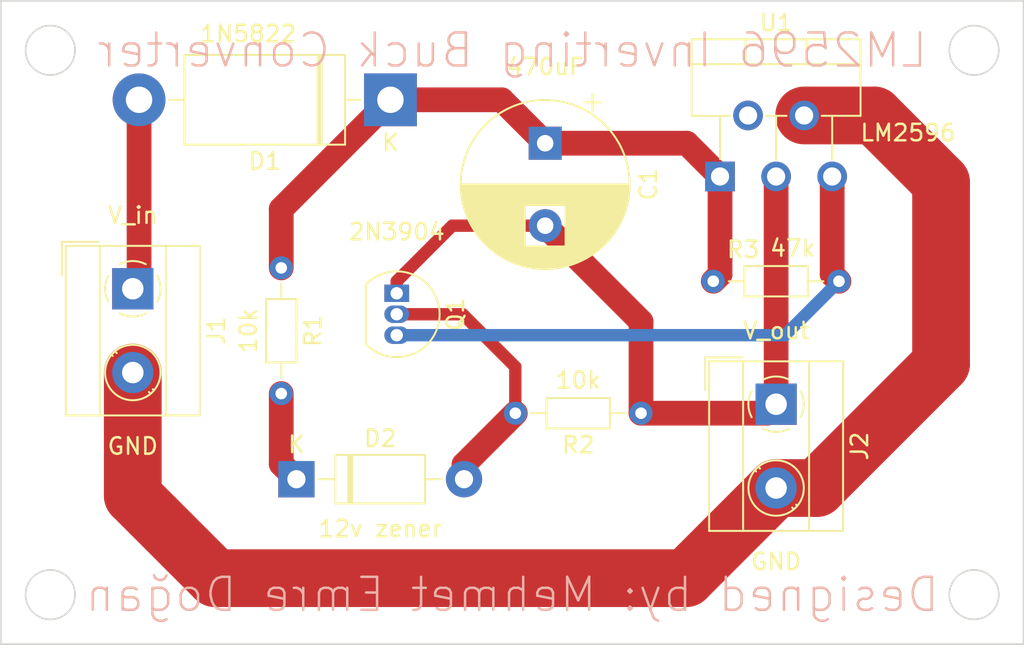
<source format=kicad_pcb>
(kicad_pcb (version 20211014) (generator pcbnew)
  (layers (0 "F.Cu" signal) (31 "B.Cu" signal) (34 "B.Paste" user) (35 "F.Paste" user) (36 "B.SilkS" user "B.Silkscreen") (37 "F.SilkS" user "F.Silkscreen") (38 "B.Mask" user) (39 "F.Mask" user) (44 "Edge.Cuts" user))
  (net 0 "")
  (net 1 "Net-(C1-Pad1)")
  (net 2 "Net-(C1-Pad2)")
  (net 3 "VCC")
  (net 4 "Net-(D2-Pad1)")
  (net 5 "Net-(D2-Pad2)")
  (net 6 "GND")
  (net 7 "Net-(Q1-Pad3)")
  (footprint "Package_TO_SOT_THT:TO-220-5_P3.4x3.7mm_StaggerOdd_Lead3.8mm_Vertical" (layer "F.Cu") (at 132.6 78.65)
    (fp_text reference "U1" (at 3.4 -9.32) (layer "F.SilkS"))
    (fp_text value "LM2596T-5")
    (fp_line (start 5.25 -8.32) (end 5.25 -6.811) (layer "F.SilkS") (width 0.12))
    (fp_line (start -1.721 -6.811) (end 8.52 -6.811) (layer "F.SilkS") (width 0.12))
    (fp_line (start 2.765 -3.679) (end 4.035 -3.679) (layer "F.SilkS") (width 0.12))
    (fp_line (start 8.52 -8.32) (end 8.52 -3.679) (layer "F.SilkS") (width 0.12))
    (fp_line (start 6.8 -3.679) (end 6.8 -1.065) (layer "F.SilkS") (width 0.12))
    (fp_line (start 0 -3.679) (end 0 -1.049) (layer "F.SilkS") (width 0.12))
    (fp_line (start -1.721 -8.32) (end -1.721 -3.679) (layer "F.SilkS") (width 0.12))
    (fp_line (start 6.165 -3.679) (end 8.52 -3.679) (layer "F.SilkS") (width 0.12))
    (fp_line (start -1.721 -3.679) (end 0.635 -3.679) (layer "F.SilkS") (width 0.12))
    (fp_line (start -1.721 -8.32) (end 8.52 -8.32) (layer "F.SilkS") (width 0.12))
    (fp_line (start 1.55 -8.32) (end 1.55 -6.811) (layer "F.SilkS") (width 0.12))
    (fp_line (start 3.4 -3.679) (end 3.4 -1.065) (layer "F.SilkS") (width 0.12))
    (pad "1" thru_hole rect (at 0 0) (size 1.8 1.8) (drill 1.1) (layers *.Cu *.Mask) (net 1 "Net-(C1-Pad1)"))
    (pad "2" thru_hole oval (at 1.7 -3.7) (size 1.8 1.8) (drill 1.1) (layers *.Cu *.Mask))
    (pad "3" thru_hole oval (at 3.4 0) (size 1.8 1.8) (drill 1.1) (layers *.Cu *.Mask) (net 2 "Net-(C1-Pad2)"))
    (pad "4" thru_hole oval (at 5.1 -3.7) (size 1.8 1.8) (drill 1.1) (layers *.Cu *.Mask) (net 6 "GND"))
    (pad "5" thru_hole oval (at 6.8 0) (size 1.8 1.8) (drill 1.1) (layers *.Cu *.Mask) (net 7 "Net-(Q1-Pad3)"))
  )
  (footprint "TerminalBlock_MetzConnect:TerminalBlock_MetzConnect_Type101_RT01602HBWC_1x02_P5.08mm_Horizontal" (layer "F.Cu") (at 136 92.455 -90)
    (fp_text reference "J2" (at 2.54 -5.06 90) (layer "F.SilkS"))
    (fp_text value "Output")
    (fp_line (start -2.6 2) (end 7.68 2) (layer "F.SilkS") (width 0.12))
    (fp_line (start -2.6 4.06) (end 7.68 4.06) (layer "F.SilkS") (width 0.12))
    (fp_line (start 7.68 -4.06) (end 7.68 4.06) (layer "F.SilkS") (width 0.12))
    (fp_line (start 4.07 1.216) (end 4.011 1.274) (layer "F.SilkS") (width 0.12))
    (fp_line (start 6.15 -1.275) (end 6.091 -1.216) (layer "F.SilkS") (width 0.12))
    (fp_line (start -2.6 -2) (end 7.68 -2) (layer "F.SilkS") (width 0.12))
    (fp_line (start 3.9 0.976) (end 3.806 1.069) (layer "F.SilkS") (width 0.12))
    (fp_line (start -2.84 4.3) (end -0.84 4.3) (layer "F.SilkS") (width 0.12))
    (fp_line (start -2.6 -4.06) (end 7.68 -4.06) (layer "F.SilkS") (width 0.12))
    (fp_line (start -2.84 2.06) (end -2.84 4.3) (layer "F.SilkS") (width 0.12))
    (fp_line (start 6.355 -1.069) (end 6.261 -0.976) (layer "F.SilkS") (width 0.12))
    (fp_line (start -2.6 -4.06) (end -2.6 4.06) (layer "F.SilkS") (width 0.12))
    (fp_arc (start 0.029383 1.68045) (mid -0.392304 1.634281) (end -0.789 1.484) (layer "F.SilkS") (width 0.12))
    (fp_arc (start 1.483953 -0.789089) (mid 1.680708 -0.00005) (end 1.484 0.789) (layer "F.SilkS") (width 0.12))
    (fp_arc (start -0.789089 -1.483953) (mid -0.00005 -1.680708) (end 0.789 -1.484) (layer "F.SilkS") (width 0.12))
    (fp_arc (start 0.788712 1.483352) (mid 0.406429 1.630097) (end 0 1.68) (layer "F.SilkS") (width 0.12))
    (fp_arc (start -1.483953 0.789089) (mid -1.680708 0.00005) (end -1.484 -0.789) (layer "F.SilkS") (width 0.12))
    (fp_circle (center 5.08 0) (end 6.76 0) (layer "F.SilkS") (width 0.12) (fill none))
    (pad "1" thru_hole rect (at 0 0 270) (size 2.5 2.5) (drill 1.3) (layers *.Cu *.Mask) (net 2 "Net-(C1-Pad2)"))
    (pad "2" thru_hole circle (at 5.08 0 270) (size 2.5 2.5) (drill 1.3) (layers *.Cu *.Mask) (net 6 "GND"))
  )
  (footprint "Package_TO_SOT_THT:TO-92_Inline" (layer "F.Cu") (at 113 85.73 -90)
    (fp_text reference "Q1" (at 1.27 -3.56 90) (layer "F.SilkS"))
    (fp_text value "2N3904")
    (fp_line (start -0.53 1.85) (end 3.07 1.85) (layer "F.SilkS") (width 0.12))
    (fp_arc (start 1.27 -2.6) (mid 3.672087 -0.994977) (end 3.108478 1.838478) (layer "F.SilkS") (width 0.12))
    (fp_arc (start -0.568478 1.838478) (mid -1.132087 -0.994977) (end 1.27 -2.6) (layer "F.SilkS") (width 0.12))
    (pad "1" thru_hole rect (at 0 0 270) (size 1.05 1.5) (drill 0.75) (layers *.Cu *.Mask) (net 2 "Net-(C1-Pad2)"))
    (pad "2" thru_hole oval (at 1.27 0 270) (size 1.05 1.5) (drill 0.75) (layers *.Cu *.Mask) (net 5 "Net-(D2-Pad2)"))
    (pad "3" thru_hole oval (at 2.54 0 270) (size 1.05 1.5) (drill 0.75) (layers *.Cu *.Mask) (net 7 "Net-(Q1-Pad3)"))
  )
  (footprint "Resistor_THT:R_Axial_DIN0204_L3.6mm_D1.6mm_P7.62mm_Horizontal" (layer "F.Cu") (at 132.19 85)
    (fp_text reference "R3" (at 1.81 -1.92) (layer "F.SilkS"))
    (fp_text value "47k")
    (fp_line (start 1.89 -0.92) (end 1.89 0.92) (layer "F.SilkS") (width 0.12))
    (fp_line (start 1.89 0.92) (end 5.73 0.92) (layer "F.SilkS") (width 0.12))
    (fp_line (start 5.73 -0.92) (end 1.89 -0.92) (layer "F.SilkS") (width 0.12))
    (fp_line (start 6.68 0) (end 5.73 0) (layer "F.SilkS") (width 0.12))
    (fp_line (start 0.94 0) (end 1.89 0) (layer "F.SilkS") (width 0.12))
    (fp_line (start 5.73 0.92) (end 5.73 -0.92) (layer "F.SilkS") (width 0.12))
    (pad "1" thru_hole circle (at 0 0) (size 1.4 1.4) (drill 0.7) (layers *.Cu *.Mask) (net 1 "Net-(C1-Pad1)"))
    (pad "2" thru_hole oval (at 7.62 0) (size 1.4 1.4) (drill 0.7) (layers *.Cu *.Mask) (net 7 "Net-(Q1-Pad3)"))
  )
  (footprint "Capacitor_THT:CP_Radial_D10.0mm_P5.00mm" (layer "F.Cu") (at 122 76.632323 -90)
    (fp_text reference "C1" (at 2.5 -6.25 90) (layer "F.SilkS"))
    (fp_text value "470u")
    (fp_line (start 5.741 1.241) (end 5.741 3.925) (layer "F.SilkS") (width 0.12))
    (fp_line (start 2.78 -5.073) (end 2.78 5.073) (layer "F.SilkS") (width 0.12))
    (fp_line (start 4.741 1.241) (end 4.741 4.564) (layer "F.SilkS") (width 0.12))
    (fp_line (start 4.261 -4.768) (end 4.261 -1.241) (layer "F.SilkS") (width 0.12))
    (fp_line (start 7.181 -2.037) (end 7.181 2.037) (layer "F.SilkS") (width 0.12))
    (fp_line (start 4.661 1.241) (end 4.661 4.603) (layer "F.SilkS") (width 0.12))
    (fp_line (start 6.501 -3.156) (end 6.501 3.156) (layer "F.SilkS") (width 0.12))
    (fp_line (start 6.061 -3.64) (end 6.061 -1.241) (layer "F.SilkS") (width 0.12))
    (fp_line (start 3.381 -5.004) (end 3.381 5.004) (layer "F.SilkS") (width 0.12))
    (fp_line (start 5.221 1.241) (end 5.221 4.298) (layer "F.SilkS") (width 0.12))
    (fp_line (start 7.261 -1.846) (end 7.261 1.846) (layer "F.SilkS") (width 0.12))
    (fp_line (start 6.141 -3.561) (end 6.141 -1.241) (layer "F.SilkS") (width 0.12))
    (fp_line (start 3.06 -5.05) (end 3.06 5.05) (layer "F.SilkS") (width 0.12))
    (fp_line (start 4.141 1.241) (end 4.141 4.811) (layer "F.SilkS") (width 0.12))
    (fp_line (start 6.661 -2.945) (end 6.661 2.945) (layer "F.SilkS") (width 0.12))
    (fp_line (start 6.621 -3) (end 6.621 3) (layer "F.SilkS") (width 0.12))
    (fp_line (start 2.62 -5.079) (end 2.62 5.079) (layer "F.SilkS") (width 0.12))
    (fp_line (start 4.821 1.241) (end 4.821 4.525) (layer "F.SilkS") (width 0.12))
    (fp_line (start 4.941 1.241) (end 4.941 4.462) (layer "F.SilkS") (width 0.12))
    (fp_line (start 4.181 1.241) (end 4.181 4.797) (layer "F.SilkS") (width 0.12))
    (fp_line (start 2.98 -5.058) (end 2.98 5.058) (layer "F.SilkS") (width 0.12))
    (fp_line (start 7.141 -2.125) (end 7.141 2.125) (layer "F.SilkS") (width 0.12))
    (fp_line (start 4.021 1.241) (end 4.021 4.85) (layer "F.SilkS") (width 0.12))
    (fp_line (start 6.101 1.241) (end 6.101 3.601) (layer "F.SilkS") (width 0.12))
    (fp_line (start 7.541 -0.862) (end 7.541 0.862) (layer "F.SilkS") (width 0.12))
    (fp_line (start 6.141 1.241) (end 6.141 3.561) (layer "F.SilkS") (width 0.12))
    (fp_line (start 4.461 1.241) (end 4.461 4.69) (layer "F.SilkS") (width 0.12))
    (fp_line (start 5.181 -4.323) (end 5.181 -1.241) (layer "F.SilkS") (width 0.12))
    (fp_line (start 5.901 1.241) (end 5.901 3.789) (layer "F.SilkS") (width 0.12))
    (fp_line (start 5.501 1.241) (end 5.501 4.11) (layer "F.SilkS") (width 0.12))
    (fp_line (start 5.861 -3.824) (end 5.861 -1.241) (layer "F.SilkS") (width 0.12))
    (fp_line (start 7.381 -1.51) (end 7.381 1.51) (layer "F.SilkS") (width 0.12))
    (fp_line (start 6.461 -3.206) (end 6.461 3.206) (layer "F.SilkS") (width 0.12))
    (fp_line (start 6.861 -2.645) (end 6.861 2.645) (layer "F.SilkS") (width 0.12))
    (fp_line (start 6.901 -2.579) (end 6.901 2.579) (layer "F.SilkS") (width 0.12))
    (fp_line (start 4.501 1.241) (end 4.501 4.674) (layer "F.SilkS") (width 0.12))
    (fp_line (start 5.461 -4.138) (end 5.461 -1.241) (layer "F.SilkS") (width 0.12))
    (fp_line (start 5.661 -3.989) (end 5.661 -1.241) (layer "F.SilkS") (width 0.12))
    (fp_line (start 6.941 -2.51) (end 6.941 2.51) (layer "F.SilkS") (width 0.12))
    (fp_line (start 6.381 -3.301) (end 6.381 3.301) (layer "F.SilkS") (width 0.12))
    (fp_line (start 3.861 1.241) (end 3.861 4.897) (layer "F.SilkS") (width 0.12))
    (fp_line (start 5.701 -3.957) (end 5.701 -1.241) (layer "F.SilkS") (width 0.12))
    (fp_line (start 4.221 1.241) (end 4.221 4.783) (layer "F.SilkS") (width 0.12))
    (fp_line (start 4.061 1.241) (end 4.061 4.837) (layer "F.SilkS") (width 0.12))
    (fp_line (start 5.341 -4.221) (end 5.341 -1.241) (layer "F.SilkS") (width 0.12))
    (fp_line (start 5.941 -3.753) (end 5.941 -1.241) (layer "F.SilkS") (width 0.12))
    (fp_line (start 6.581 -3.054) (end 6.581 3.054) (layer "F.SilkS") (width 0.12))
    (fp_line (start 4.261 1.241) (end 4.261 4.768) (layer "F.SilkS") (width 0.12))
    (fp_line (start 5.381 -4.194) (end 5.381 -1.241) (layer "F.SilkS") (width 0.12))
    (fp_line (start 3.981 1.241) (end 3.981 4.862) (layer "F.SilkS") (width 0.12))
    (fp_line (start 4.941 -4.462) (end 4.941 -1.241) (layer "F.SilkS") (width 0.12))
    (fp_line (start 3.661 -4.947) (end 3.661 4.947) (layer "F.SilkS") (width 0.12))
    (fp_line (start 2.66 -5.078) (end 2.66 5.078) (layer "F.SilkS") (width 0.12))
    (fp_line (start 4.421 1.241) (end 4.421 4.707) (layer "F.SilkS") (width 0.12))
    (fp_line (start 4.501 -4.674) (end 4.501 -1.241) (layer "F.SilkS") (width 0.12))
    (fp_line (start 6.821 -2.709) (end 6.821 2.709) (layer "F.SilkS") (width 0.12))
    (fp_line (start 7.341 -1.63) (end 7.341 1.63) (layer "F.SilkS") (width 0.12))
    (fp_line (start 6.061 1.241) (end 6.061 3.64) (layer "F.SilkS") (width 0.12))
    (fp_line (start 5.501 -4.11) (end 5.501 -1.241) (layer "F.SilkS") (width 0.12))
    (fp_line (start 3.421 -4.997) (end 3.421 4.997) (layer "F.SilkS") (width 0.12))
    (fp_line (start 6.981 -2.439) (end 6.981 2.439) (layer "F.SilkS") (width 0.12))
    (fp_line (start 4.341 1.241) (end 4.341 4.738) (layer "F.SilkS") (width 0.12))
    (fp_line (start 5.261 1.241) (end 5.261 4.273) (layer "F.SilkS") (width 0.12))
    (fp_line (start 5.101 1.241) (end 5.101 4.371) (layer "F.SilkS") (width 0.12))
    (fp_line (start 5.581 -4.05) (end 5.581 -1.241) (layer "F.SilkS") (width 0.12))
    (fp_line (start 5.221 -4.298) (end 5.221 -1.241) (layer "F.SilkS") (width 0.12))
    (fp_line (start 4.541 1.241) (end 4.541 4.657) (layer "F.SilkS") (width 0.12))
    (fp_line (start 5.381 1.241) (end 5.381 4.194) (layer "F.SilkS") (width 0.12))
    (fp_line (start 5.981 1.241) (end 5.981 3.716) (layer "F.SilkS") (width 0.12))
    (fp_line (start 4.541 -4.657) (end 4.541 -1.241) (layer "F.SilkS") (width 0.12))
    (fp_line (start 7.301 -1.742) (end 7.301 1.742) (layer "F.SilkS") (width 0.12))
    (fp_line (start 4.901 -4.483) (end 4.901 -1.241) (layer "F.SilkS") (width 0.12))
    (fp_line (start 3.781 1.241) (end 3.781 4.918) (layer "F.SilkS") (width 0.12))
    (fp_line (start 4.221 -4.783) (end 4.221 -1.241) (layer "F.SilkS") (width 0.12))
    (fp_line (start 5.341 1.241) (end 5.341 4.221) (layer "F.SilkS") (width 0.12))
    (fp_line (start 5.781 -3.892) (end 5.781 -1.241) (layer "F.SilkS") (width 0.12))
    (fp_line (start 5.181 1.241) (end 5.181 4.323) (layer "F.SilkS") (width 0.12))
    (fp_line (start 3.301 -5.018) (end 3.301 5.018) (layer "F.SilkS") (width 0.12))
    (fp_line (start 4.861 1.241) (end 4.861 4.504) (layer "F.SilkS") (width 0.12))
    (fp_line (start 6.021 -3.679) (end 6.021 -1.241) (layer "F.SilkS") (width 0.12))
    (fp_line (start 2.54 -5.08) (end 2.54 5.08) (layer "F.SilkS") (width 0.12))
    (fp_line (start 5.581 1.241) (end 5.581 4.05) (layer "F.SilkS") (width 0.12))
    (fp_line (start 4.381 1.241) (end 4.381 4.723) (layer "F.SilkS") (width 0.12))
    (fp_line (start 3.18 -5.035) (end 3.18 5.035) (layer "F.SilkS") (width 0.12))
    (fp_line (start 5.301 1.241) (end 5.301 4.247) (layer "F.SilkS") (width 0.12))
    (fp_line (start 6.541 -3.106) (end 6.541 3.106) (layer "F.SilkS") (width 0.12))
    (fp_line (start 4.101 -4.824) (end 4.101 -1.241) (layer "F.SilkS") (width 0.12))
    (fp_line (start 5.661 1.241) (end 5.661 3.989) (layer "F.SilkS") (width 0.12))
    (fp_line (start 5.421 -4.166) (end 5.421 -1.241) (layer "F.SilkS") (width 0.12))
    (fp_line (start 4.981 1.241) (end 4.981 4.44) (layer "F.SilkS") (width 0.12))
    (fp_line (start 5.981 -3.716) (end 5.981 -1.241) (layer "F.SilkS") (width 0.12))
    (fp_line (start 4.021 -4.85) (end 4.021 -1.241) (layer "F.SilkS") (width 0.12))
    (fp_line (start 5.021 -4.417) (end 5.021 -1.241) (layer "F.SilkS") (width 0.12))
    (fp_line (start 2.94 -5.062) (end 2.94 5.062) (layer "F.SilkS") (width 0.12))
    (fp_line (start -2.979646 -2.875) (end -1.979646 -2.875) (layer "F.SilkS") (width 0.12))
    (fp_line (start 4.181 -4.797) (end 4.181 -1.241) (layer "F.SilkS") (width 0.12))
    (fp_line (start 3.581 -4.965) (end 3.581 4.965) (layer "F.SilkS") (width 0.12))
    (fp_line (start 6.701 -2.889) (end 6.701 2.889) (layer "F.SilkS") (width 0.12))
    (fp_line (start 3.02 -5.054) (end 3.02 5.054) (layer "F.SilkS") (width 0.12))
    (fp_line (start 6.221 1.241) (end 6.221 3.478) (layer "F.SilkS") (width 0.12))
    (fp_line (start 6.101 -3.601) (end 6.101 -1.241) (layer "F.SilkS") (width 0.12))
    (fp_line (start 3.941 -4.874) (end 3.941 -1.241) (layer "F.SilkS") (width 0.12))
    (fp_line (start 3.781 -4.918) (end 3.781 -1.241) (layer "F.SilkS") (width 0.12))
    (fp_line (start 3.1 -5.045) (end 3.1 5.045) (layer "F.SilkS") (width 0.12))
    (fp_line (start 4.821 -4.525) (end 4.821 -1.241) (layer "F.SilkS") (width 0.12))
    (fp_line (start 5.701 1.241) (end 5.701 3.957) (layer "F.SilkS") (width 0.12))
    (fp_line (start 6.781 -2.77) (end 6.781 2.77) (layer "F.SilkS") (width 0.12))
    (fp_line (start 3.701 -4.938) (end 3.701 4.938) (layer "F.SilkS") (width 0.12))
    (fp_line (start 5.141 1.241) (end 5.141 4.347) (layer "F.SilkS") (width 0.12))
    (fp_line (start 4.141 -4.811) (end 4.141 -1.241) (layer "F.SilkS") (width 0.12))
    (fp_line (start 3.461 -4.99) (end 3.461 4.99) (layer "F.SilkS") (width 0.12))
    (fp_line (start 4.781 -4.545) (end 4.781 -1.241) (layer "F.SilkS") (width 0.12))
    (fp_line (start 4.101 1.241) (end 4.101 4.824) (layer "F.SilkS") (width 0.12))
    (fp_line (start 7.581 -0.599) (end 7.581 0.599) (layer "F.SilkS") (width 0.12))
    (fp_line (start 5.261 -4.273) (end 5.261 -1.241) (layer "F.SilkS") (width 0.12))
    (fp_line (start 3.981 -4.862) (end 3.981 -1.241) (layer "F.SilkS") (width 0.12))
    (fp_line (start 4.981 -4.44) (end 4.981 -1.241) (layer "F.SilkS") (width 0.12))
    (fp_line (start 2.9 -5.065) (end 2.9 5.065) (layer "F.SilkS") (width 0.12))
    (fp_line (start 3.221 -5.03) (end 3.221 5.03) (layer "F.SilkS") (width 0.12))
    (fp_line (start 5.021 1.241) (end 5.021 4.417) (layer "F.SilkS") (width 0.12))
    (fp_line (start 6.261 -3.436) (end 6.261 3.436) (layer "F.SilkS") (width 0.12))
    (fp_line (start 3.501 -4.982) (end 3.501 4.982) (layer "F.SilkS") (width 0.12))
    (fp_line (start 6.221 -3.478) (end 6.221 -1.241) (layer "F.SilkS") (width 0.12))
    (fp_line (start 4.461 -4.69) (end 4.461 -1.241) (layer "F.SilkS") (width 0.12))
    (fp_line (start 4.861 -4.504) (end 4.861 -1.241) (layer "F.SilkS") (width 0.12))
    (fp_line (start 3.741 -4.928) (end 3.741 4.928) (layer "F.SilkS") (width 0.12))
    (fp_line (start 2.74 -5.075) (end 2.74 5.075) (layer "F.SilkS") (width 0.12))
    (fp_line (start 5.861 1.241) (end 5.861 3.824) (layer "F.SilkS") (width 0.12))
    (fp_line (start 3.901 1.241) (end 3.901 4.885) (layer "F.SilkS") (width 0.12))
    (fp_line (start 2.82 -5.07) (end 2.82 5.07) (layer "F.SilkS") (width 0.12))
    (fp_line (start 3.341 -5.011) (end 3.341 5.011) (layer "F.SilkS") (width 0.12))
    (fp_line (start 6.421 -3.254) (end 6.421 3.254) (layer "F.SilkS") (width 0.12))
    (fp_line (start -2.479646 -3.375) (end -2.479646 -2.375) (layer "F.SilkS") (width 0.12))
    (fp_line (start 3.261 -5.024) (end 3.261 5.024) (layer "F.SilkS") (width 0.12))
    (fp_line (start 6.181 1.241) (end 6.181 3.52) (layer "F.SilkS") (width 0.12))
    (fp_line (start 5.621 1.241) (end 5.621 4.02) (layer "F.SilkS") (width 0.12))
    (fp_line (start 5.061 -4.395) (end 5.061 -1.241) (layer "F.SilkS") (width 0.12))
    (fp_line (start 2.86 -5.068) (end 2.86 5.068) (layer "F.SilkS") (width 0.12))
    (fp_line (start 7.021 -2.365) (end 7.021 2.365) (layer "F.SilkS") (width 0.12))
    (fp_line (start 6.741 -2.83) (end 6.741 2.83) (layer "F.SilkS") (width 0.12))
    (fp_line (start 5.541 -4.08) (end 5.541 -1.241) (layer "F.SilkS") (width 0.12))
    (fp_line (start 4.701 -4.584) (end 4.701 -1.241) (layer "F.SilkS") (width 0.12))
    (fp_line (start 4.741 -4.564) (end 4.741 -1.241) (layer "F.SilkS") (width 0.12))
    (fp_line (start 4.581 1.241) (end 4.581 4.639) (layer "F.SilkS") (width 0.12))
    (fp_line (start 5.061 1.241) (end 5.061 4.395) (layer "F.SilkS") (width 0.12))
    (fp_line (start 4.781 1.241) (end 4.781 4.545) (layer "F.SilkS") (width 0.12))
    (fp_line (start 3.541 -4.974) (end 3.541 4.974) (layer "F.SilkS") (width 0.12))
    (fp_line (start 5.781 1.241) (end 5.781 3.892) (layer "F.SilkS") (width 0.12))
    (fp_line (start 5.101 -4.371) (end 5.101 -1.241) (layer "F.SilkS") (width 0.12))
    (fp_line (start 4.061 -4.837) (end 4.061 -1.241) (layer "F.SilkS") (width 0.12))
    (fp_line (start 5.821 -3.858) (end 5.821 -1.241) (layer "F.SilkS") (width 0.12))
    (fp_line (start 7.461 -1.23) (end 7.461 1.23) (layer "F.SilkS") (width 0.12))
    (fp_line (start 6.181 -3.52) (end 6.181 -1.241) (layer "F.SilkS") (width 0.12))
    (fp_line (start 7.221 -1.944) (end 7.221 1.944) (layer "F.SilkS") (width 0.12))
    (fp_line (start 5.901 -3.789) (end 5.901 -1.241) (layer "F.SilkS") (width 0.12))
    (fp_line (start 4.621 -4.621) (end 4.621 -1.241) (layer "F.SilkS") (width 0.12))
    (fp_line (start 7.101 -2.209) (end 7.101 2.209) (layer "F.SilkS") (width 0.12))
    (fp_line (start 7.501 -1.062) (end 7.501 1.062) (layer "F.SilkS") (width 0.12))
    (fp_line (start 6.021 1.241) (end 6.021 3.679) (layer "F.SilkS") (width 0.12))
    (fp_line (start 7.421 -1.378) (end 7.421 1.378) (layer "F.SilkS") (width 0.12))
    (fp_line (start 4.381 -4.723) (end 4.381 -1.241) (layer "F.SilkS") (width 0.12))
    (fp_line (start 3.621 -4.956) (end 3.621 4.956) (layer "F.SilkS") (width 0.12))
    (fp_line (start 6.301 -3.392) (end 6.301 3.392) (layer "F.SilkS") (width 0.12))
    (fp_line (start 5.621 -4.02) (end 5.621 -1.241) (layer "F.SilkS") (width 0.12))
    (fp_line (start 3.821 -4.907) (end 3.821 -1.241) (layer "F.SilkS") (width 0.12))
    (fp_line (start 5.821 1.241) (end 5.821 3.858) (layer "F.SilkS") (width 0.12))
    (fp_line (start 5.461 1.241) (end 5.461 4.138) (layer "F.SilkS") (width 0.12))
    (fp_line (start 3.861 -4.897) (end 3.861 -1.241) (layer "F.SilkS") (width 0.12))
    (fp_line (start 4.421 -4.707) (end 4.421 -1.241) (layer "F.SilkS") (width 0.12))
    (fp_line (start 2.5 -5.08) (end 2.5 5.08) (layer "F.SilkS") (width 0.12))
    (fp_line (start 5.421 1.241) (end 5.421 4.166) (layer "F.SilkS") (width 0.12))
    (fp_line (start 4.301 1.241) (end 4.301 4.754) (layer "F.SilkS") (width 0.12))
    (fp_line (start 2.58 -5.08) (end 2.58 5.08) (layer "F.SilkS") (width 0.12))
    (fp_line (start 6.341 -3.347) (end 6.341 3.347) (layer "F.SilkS") (width 0.12))
    (fp_line (start 5.541 1.241) (end 5.541 4.08) (layer "F.SilkS") (width 0.12))
    (fp_line (start 4.301 -4.754) (end 4.301 -1.241) (layer "F.SilkS") (width 0.12))
    (fp_line (start 3.14 -5.04) (end 3.14 5.04) (layer "F.SilkS") (width 0.12))
    (fp_line (start 5.941 1.241) (end 5.941 3.753) (layer "F.SilkS") (width 0.12))
    (fp_line (start 5.141 -4.347) (end 5.141 -1.241) (layer "F.SilkS") (width 0.12))
    (fp_line (start 4.661 -4.603) (end 4.661 -1.241) (layer "F.SilkS") (width 0.12))
    (fp_line (start 7.061 -2.289) (end 7.061 2.289) (layer "F.SilkS") (width 0.12))
    (fp_line (start 4.621 1.241) (end 4.621 4.621) (layer "F.SilkS") (width 0.12))
    (fp_line (start 4.581 -4.639) (end 4.581 -1.241) (layer "F.SilkS") (width 0.12))
    (fp_line (start 2.7 -5.077) (end 2.7 5.077) (layer "F.SilkS") (width 0.12))
    (fp_line (start 5.301 -4.247) (end 5.301 -1.241) (layer "F.SilkS") (width 0.12))
    (fp_line (start 3.941 1.241) (end 3.941 4.874) (layer "F.SilkS") (width 0.12))
    (fp_line (start 5.741 -3.925) (end 5.741 -1.241) (layer "F.SilkS") (width 0.12))
    (fp_line (start 4.341 -4.738) (end 4.341 -1.241) (layer "F.SilkS") (width 0.12))
    (fp_line (start 3.901 -4.885) (end 3.901 -1.241) (layer "F.SilkS") (width 0.12))
    (fp_line (start 3.821 1.241) (end 3.821 4.907) (layer "F.SilkS") (width 0.12))
    (fp_line (start 4.901 1.241) (end 4.901 4.483) (layer "F.SilkS") (width 0.12))
    (fp_line (start 4.701 1.241) (end 4.701 4.584) (layer "F.SilkS") (width 0.12))
    (fp_circle (center 2.5 0) (end 7.62 0) (layer "F.SilkS") (width 0.12) (fill none))
    (pad "1" thru_hole rect (at 0 0 270) (size 2 2) (drill 1) (layers *.Cu *.Mask) (net 1 "Net-(C1-Pad1)"))
    (pad "2" thru_hole circle (at 5 0 270) (size 2 2) (drill 1) (layers *.Cu *.Mask) (net 2 "Net-(C1-Pad2)"))
  )
  (footprint "TerminalBlock_MetzConnect:TerminalBlock_MetzConnect_Type101_RT01602HBWC_1x02_P5.08mm_Horizontal" (layer "F.Cu") (at 97 85.455 -90)
    (fp_text reference "J1" (at 2.54 -5.06 90) (layer "F.SilkS"))
    (fp_text value "Input")
    (fp_line (start 3.9 0.976) (end 3.806 1.069) (layer "F.SilkS") (width 0.12))
    (fp_line (start -2.6 -2) (end 7.68 -2) (layer "F.SilkS") (width 0.12))
    (fp_line (start -2.84 2.06) (end -2.84 4.3) (layer "F.SilkS") (width 0.12))
    (fp_line (start -2.84 4.3) (end -0.84 4.3) (layer "F.SilkS") (width 0.12))
    (fp_line (start 6.355 -1.069) (end 6.261 -0.976) (layer "F.SilkS") (width 0.12))
    (fp_line (start -2.6 4.06) (end 7.68 4.06) (layer "F.SilkS") (width 0.12))
    (fp_line (start 6.15 -1.275) (end 6.091 -1.216) (layer "F.SilkS") (width 0.12))
    (fp_line (start -2.6 -4.06) (end 7.68 -4.06) (layer "F.SilkS") (width 0.12))
    (fp_line (start 7.68 -4.06) (end 7.68 4.06) (layer "F.SilkS") (width 0.12))
    (fp_line (start -2.6 -4.06) (end -2.6 4.06) (layer "F.SilkS") (width 0.12))
    (fp_line (start 4.07 1.216) (end 4.011 1.274) (layer "F.SilkS") (width 0.12))
    (fp_line (start -2.6 2) (end 7.68 2) (layer "F.SilkS") (width 0.12))
    (fp_arc (start -0.789089 -1.483953) (mid -0.00005 -1.680708) (end 0.789 -1.484) (layer "F.SilkS") (width 0.12))
    (fp_arc (start 1.483953 -0.789089) (mid 1.680708 -0.00005) (end 1.484 0.789) (layer "F.SilkS") (width 0.12))
    (fp_arc (start -1.483953 0.789089) (mid -1.680708 0.00005) (end -1.484 -0.789) (layer "F.SilkS") (width 0.12))
    (fp_arc (start 0.029383 1.68045) (mid -0.392304 1.634281) (end -0.789 1.484) (layer "F.SilkS") (width 0.12))
    (fp_arc (start 0.788712 1.483352) (mid 0.406429 1.630097) (end 0 1.68) (layer "F.SilkS") (width 0.12))
    (fp_circle (center 5.08 0) (end 6.76 0) (layer "F.SilkS") (width 0.12) (fill none))
    (pad "1" thru_hole rect (at 0 0 270) (size 2.5 2.5) (drill 1.3) (layers *.Cu *.Mask) (net 3 "VCC"))
    (pad "2" thru_hole circle (at 5.08 0 270) (size 2.5 2.5) (drill 1.3) (layers *.Cu *.Mask) (net 6 "GND"))
  )
  (footprint "Diode_THT:D_DO-201AD_P15.24mm_Horizontal" (layer "F.Cu") (at 112.62 74 180)
    (fp_text reference "D1" (at 7.62 -3.72) (layer "F.SilkS"))
    (fp_text value "1N5822")
    (fp_text user "K" (at 0 -2.6) (layer "F.SilkS"))
    (fp_line (start 4.295 -2.72) (end 4.295 2.72) (layer "F.SilkS") (width 0.12))
    (fp_line (start 4.175 -2.72) (end 4.175 2.72) (layer "F.SilkS") (width 0.12))
    (fp_line (start 4.415 -2.72) (end 4.415 2.72) (layer "F.SilkS") (width 0.12))
    (fp_line (start 1.84 0) (end 2.75 0) (layer "F.SilkS") (width 0.12))
    (fp_line (start 2.75 -2.72) (end 2.75 2.72) (layer "F.SilkS") (width 0.12))
    (fp_line (start 12.49 -2.72) (end 2.75 -2.72) (layer "F.SilkS") (width 0.12))
    (fp_line (start 12.49 2.72) (end 12.49 -2.72) (layer "F.SilkS") (width 0.12))
    (fp_line (start 2.75 2.72) (end 12.49 2.72) (layer "F.SilkS") (width 0.12))
    (fp_line (start 13.4 0) (end 12.49 0) (layer "F.SilkS") (width 0.12))
    (pad "1" thru_hole rect (at 0 0 180) (size 3.2 3.2) (drill 1.6) (layers *.Cu *.Mask) (net 1 "Net-(C1-Pad1)"))
    (pad "2" thru_hole oval (at 15.24 0 180) (size 3.2 3.2) (drill 1.6) (layers *.Cu *.Mask) (net 3 "VCC"))
  )
  (footprint "Resistor_THT:R_Axial_DIN0204_L3.6mm_D1.6mm_P7.62mm_Horizontal" (layer "F.Cu") (at 127.81 93 180)
    (fp_text reference "R2" (at 3.81 -1.92) (layer "F.SilkS"))
    (fp_text value "10k")
    (fp_line (start 1.89 0.92) (end 5.73 0.92) (layer "F.SilkS") (width 0.12))
    (fp_line (start 6.68 0) (end 5.73 0) (layer "F.SilkS") (width 0.12))
    (fp_line (start 5.73 0.92) (end 5.73 -0.92) (layer "F.SilkS") (width 0.12))
    (fp_line (start 1.89 -0.92) (end 1.89 0.92) (layer "F.SilkS") (width 0.12))
    (fp_line (start 5.73 -0.92) (end 1.89 -0.92) (layer "F.SilkS") (width 0.12))
    (fp_line (start 0.94 0) (end 1.89 0) (layer "F.SilkS") (width 0.12))
    (pad "1" thru_hole circle (at 0 0 180) (size 1.4 1.4) (drill 0.7) (layers *.Cu *.Mask) (net 2 "Net-(C1-Pad2)"))
    (pad "2" thru_hole oval (at 7.62 0 180) (size 1.4 1.4) (drill 0.7) (layers *.Cu *.Mask) (net 5 "Net-(D2-Pad2)"))
  )
  (footprint "Resistor_THT:R_Axial_DIN0204_L3.6mm_D1.6mm_P7.62mm_Horizontal" (layer "F.Cu") (at 106 84.19 -90)
    (fp_text reference "R1" (at 3.81 -1.92 90) (layer "F.SilkS"))
    (fp_text value "10k")
    (fp_line (start 5.73 -0.92) (end 1.89 -0.92) (layer "F.SilkS") (width 0.12))
    (fp_line (start 5.73 0.92) (end 5.73 -0.92) (layer "F.SilkS") (width 0.12))
    (fp_line (start 1.89 0.92) (end 5.73 0.92) (layer "F.SilkS") (width 0.12))
    (fp_line (start 0.94 0) (end 1.89 0) (layer "F.SilkS") (width 0.12))
    (fp_line (start 1.89 -0.92) (end 1.89 0.92) (layer "F.SilkS") (width 0.12))
    (fp_line (start 6.68 0) (end 5.73 0) (layer "F.SilkS") (width 0.12))
    (pad "1" thru_hole circle (at 0 0 270) (size 1.4 1.4) (drill 0.7) (layers *.Cu *.Mask) (net 1 "Net-(C1-Pad1)"))
    (pad "2" thru_hole oval (at 7.62 0 270) (size 1.4 1.4) (drill 0.7) (layers *.Cu *.Mask) (net 4 "Net-(D2-Pad1)"))
  )
  (footprint "Diode_THT:D_DO-41_SOD81_P10.16mm_Horizontal" (layer "F.Cu") (at 106.92 97)
    (fp_text reference "D2" (at 5.08 -2.47) (layer "F.SilkS"))
    (fp_text value "1N47xxA (12v zener)")
    (fp_text user "K" (at 0 -2.1) (layer "F.SilkS"))
    (fp_line (start 3.26 -1.47) (end 3.26 1.47) (layer "F.SilkS") (width 0.12))
    (fp_line (start 1.34 0) (end 2.36 0) (layer "F.SilkS") (width 0.12))
    (fp_line (start 3.14 -1.47) (end 3.14 1.47) (layer "F.SilkS") (width 0.12))
    (fp_line (start 2.36 1.47) (end 7.8 1.47) (layer "F.SilkS") (width 0.12))
    (fp_line (start 7.8 -1.47) (end 2.36 -1.47) (layer "F.SilkS") (width 0.12))
    (fp_line (start 8.82 0) (end 7.8 0) (layer "F.SilkS") (width 0.12))
    (fp_line (start 7.8 1.47) (end 7.8 -1.47) (layer "F.SilkS") (width 0.12))
    (fp_line (start 3.38 -1.47) (end 3.38 1.47) (layer "F.SilkS") (width 0.12))
    (fp_line (start 2.36 -1.47) (end 2.36 1.47) (layer "F.SilkS") (width 0.12))
    (pad "1" thru_hole rect (at 0 0) (size 2.2 2.2) (drill 1.1) (layers *.Cu *.Mask) (net 4 "Net-(D2-Pad1)"))
    (pad "2" thru_hole oval (at 10.16 0) (size 2.2 2.2) (drill 1.1) (layers *.Cu *.Mask) (net 5 "Net-(D2-Pad2)"))
  )
  (gr_circle (center 92 71) (end 93.5 71) (layer "Edge.Cuts") (width 0.1) (fill none))
  (gr_circle (center 148 71) (end 149.5 71) (layer "Edge.Cuts") (width 0.1) (fill none))
  (gr_circle (center 148 104) (end 149.5 104) (layer "Edge.Cuts") (width 0.1) (fill none))
  (gr_rect (start 89 68) (end 151 107) (layer "Edge.Cuts") (width 0.1) (fill none))
  (gr_circle (center 92 104) (end 93.5 104) (layer "Edge.Cuts") (width 0.1) (fill none))
  (gr_text "LM2596 Inverting Buck Converter\n" (at 120 71) (layer "B.SilkS") (effects (font (size 2 2)) (justify mirror)))
  (gr_text "Designed by: Mehmet Emre Doğan\n" (at 120 104) (layer "B.SilkS") (effects (font (size 2 2)) (justify mirror)))
  (gr_text "V_out\n" (at 136 88) (layer "F.SilkS") (effects (font (size 1 1))))
  (gr_text "GND\n" (at 136 102) (layer "F.SilkS") (effects (font (size 1 1))))
  (gr_text "V_in\n" (at 97 81) (layer "F.SilkS") (effects (font (size 1 1))))
  (gr_text "GND\n" (at 97 95) (layer "F.SilkS") (effects (font (size 1 1))))
  (gr_text "10k\n" (at 124 91) (layer "F.SilkS") (effects (font (size 1 1))))
  (gr_text "1N5822\n" (at 104 70) (layer "F.SilkS") (effects (font (size 1 1))))
  (gr_text "470uF\n" (at 122 72) (layer "F.SilkS") (effects (font (size 1 1))))
  (gr_text "47k\n" (at 137 83) (layer "F.SilkS") (effects (font (size 1 1))))
  (gr_text "10k\n" (at 104 88 90) (layer "F.SilkS") (effects (font (size 1 1))))
  (gr_text "2N3904\n" (at 113 82) (layer "F.SilkS") (effects (font (size 1 1))))
  (gr_text "LM2596\n" (at 144 76) (layer "F.SilkS") (effects (font (size 1 1))))
  (gr_text "12v zener\n" (at 112 100) (layer "F.SilkS") (effects (font (size 1 1))))
  (segment (start 130.582323 76.632323) (end 132.6 78.65) (width 1.5) (layer "F.Cu") (net 1))
  (segment (start 106 84.19) (end 106 80.62) (width 1.5) (layer "F.Cu") (net 1))
  (segment (start 122 76.632323) (end 130.582323 76.632323) (width 1.5) (layer "F.Cu") (net 1))
  (segment (start 132.6 84.59) (end 132.19 85) (width 1.5) (layer "F.Cu") (net 1))
  (segment (start 132.6 78.65) (end 132.6 84.59) (width 1.5) (layer "F.Cu") (net 1))
  (segment (start 106 80.62) (end 112.62 74) (width 1.5) (layer "F.Cu") (net 1))
  (segment (start 112.62 74) (end 119.367677 74) (width 1.5) (layer "F.Cu") (net 1))
  (segment (start 119.367677 74) (end 122 76.632323) (width 1.5) (layer "F.Cu") (net 1))
  (segment (start 113 85.73) (end 113 85) (width 0.75) (layer "F.Cu") (net 2))
  (segment (start 127.81 93) (end 127.81 87.442323) (width 1.5) (layer "F.Cu") (net 2))
  (segment (start 135.455 93) (end 136 92.455) (width 1.5) (layer "F.Cu") (net 2))
  (segment (start 127.81 87.442323) (end 122 81.632323) (width 1.5) (layer "F.Cu") (net 2))
  (segment (start 127.81 93) (end 135.455 93) (width 1.5) (layer "F.Cu") (net 2))
  (segment (start 116.367677 81.632323) (end 122 81.632323) (width 0.75) (layer "F.Cu") (net 2))
  (segment (start 113 85) (end 116.367677 81.632323) (width 0.75) (layer "F.Cu") (net 2))
  (segment (start 136 92.455) (end 136 78.65) (width 1.5) (layer "F.Cu") (net 2))
  (segment (start 97.38 85.075) (end 97 85.455) (width 1.5) (layer "F.Cu") (net 3))
  (segment (start 97.38 74) (end 97.38 85.075) (width 1.5) (layer "F.Cu") (net 3))
  (segment (start 106 91.81) (end 106 96.08) (width 1.5) (layer "F.Cu") (net 4))
  (segment (start 106 96.08) (end 106.92 97) (width 1.5) (layer "F.Cu") (net 4))
  (segment (start 117.08 97) (end 117.08 96.11) (width 1.5) (layer "F.Cu") (net 5))
  (segment (start 120.19 90.19) (end 120.19 93) (width 0.75) (layer "F.Cu") (net 5))
  (segment (start 117 87) (end 120.19 90.19) (width 0.75) (layer "F.Cu") (net 5))
  (segment (start 113 87) (end 117 87) (width 0.75) (layer "F.Cu") (net 5))
  (segment (start 117.08 96.11) (end 120.19 93) (width 1.5) (layer "F.Cu") (net 5))
  (segment (start 146 90) (end 138.465 97.535) (width 3.5) (layer "F.Cu") (net 6))
  (segment (start 137.7 74.95) (end 141.95 74.95) (width 3.5) (layer "F.Cu") (net 6))
  (segment (start 146 79) (end 146 90) (width 3.5) (layer "F.Cu") (net 6))
  (segment (start 138.465 97.535) (end 136 97.535) (width 3.5) (layer "F.Cu") (net 6))
  (segment (start 97 90.535) (end 97 98) (width 3.5) (layer "F.Cu") (net 6))
  (segment (start 141.95 74.95) (end 146 79) (width 3.5) (layer "F.Cu") (net 6))
  (segment (start 97 98) (end 102 103) (width 3.5) (layer "F.Cu") (net 6))
  (segment (start 130.535 103) (end 136 97.535) (width 3.5) (layer "F.Cu") (net 6))
  (segment (start 102 103) (end 130.535 103) (width 3.5) (layer "F.Cu") (net 6))
  (segment (start 139.4 78.65) (end 139.4 84.59) (width 1.5) (layer "F.Cu") (net 7))
  (segment (start 139.4 84.59) (end 139.81 85) (width 1.5) (layer "F.Cu") (net 7))
  (segment (start 113 88.27) (end 136.54 88.27) (width 0.75) (layer "B.Cu") (net 7))
  (segment (start 136.54 88.27) (end 139.81 85) (width 0.75) (layer "B.Cu") (net 7))
)
</source>
